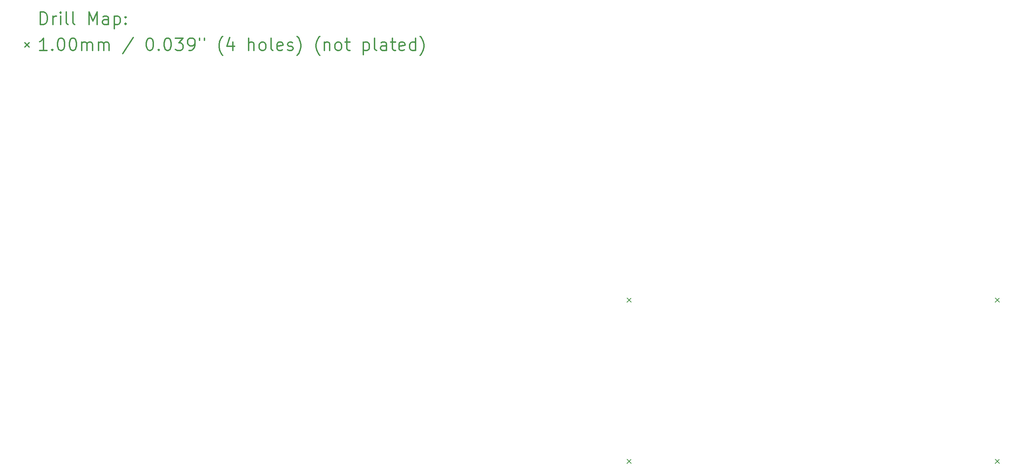
<source format=gbr>
%FSLAX45Y45*%
G04 Gerber Fmt 4.5, Leading zero omitted, Abs format (unit mm)*
G04 Created by KiCad (PCBNEW 4.0.6-e0-6349~53~ubuntu14.04.1) date Thu Nov 23 15:36:34 2017*
%MOMM*%
%LPD*%
G01*
G04 APERTURE LIST*
%ADD10C,0.127000*%
%ADD11C,0.200000*%
%ADD12C,0.300000*%
G04 APERTURE END LIST*
D10*
D11*
X14436500Y-7070800D02*
X14536500Y-7170800D01*
X14536500Y-7070800D02*
X14436500Y-7170800D01*
X14436500Y-10964800D02*
X14536500Y-11064800D01*
X14536500Y-10964800D02*
X14436500Y-11064800D01*
X23322200Y-7070800D02*
X23422200Y-7170800D01*
X23422200Y-7070800D02*
X23322200Y-7170800D01*
X23322200Y-10964800D02*
X23422200Y-11064800D01*
X23422200Y-10964800D02*
X23322200Y-11064800D01*
D12*
X271429Y-465714D02*
X271429Y-165714D01*
X342857Y-165714D01*
X385714Y-180000D01*
X414286Y-208571D01*
X428571Y-237143D01*
X442857Y-294286D01*
X442857Y-337143D01*
X428571Y-394286D01*
X414286Y-422857D01*
X385714Y-451429D01*
X342857Y-465714D01*
X271429Y-465714D01*
X571429Y-465714D02*
X571429Y-265714D01*
X571429Y-322857D02*
X585714Y-294286D01*
X600000Y-280000D01*
X628571Y-265714D01*
X657143Y-265714D01*
X757143Y-465714D02*
X757143Y-265714D01*
X757143Y-165714D02*
X742857Y-180000D01*
X757143Y-194286D01*
X771429Y-180000D01*
X757143Y-165714D01*
X757143Y-194286D01*
X942857Y-465714D02*
X914286Y-451429D01*
X900000Y-422857D01*
X900000Y-165714D01*
X1100000Y-465714D02*
X1071429Y-451429D01*
X1057143Y-422857D01*
X1057143Y-165714D01*
X1442857Y-465714D02*
X1442857Y-165714D01*
X1542857Y-380000D01*
X1642857Y-165714D01*
X1642857Y-465714D01*
X1914286Y-465714D02*
X1914286Y-308571D01*
X1900000Y-280000D01*
X1871429Y-265714D01*
X1814286Y-265714D01*
X1785714Y-280000D01*
X1914286Y-451429D02*
X1885714Y-465714D01*
X1814286Y-465714D01*
X1785714Y-451429D01*
X1771429Y-422857D01*
X1771429Y-394286D01*
X1785714Y-365714D01*
X1814286Y-351429D01*
X1885714Y-351429D01*
X1914286Y-337143D01*
X2057143Y-265714D02*
X2057143Y-565714D01*
X2057143Y-280000D02*
X2085714Y-265714D01*
X2142857Y-265714D01*
X2171429Y-280000D01*
X2185714Y-294286D01*
X2200000Y-322857D01*
X2200000Y-408571D01*
X2185714Y-437143D01*
X2171429Y-451429D01*
X2142857Y-465714D01*
X2085714Y-465714D01*
X2057143Y-451429D01*
X2328572Y-437143D02*
X2342857Y-451429D01*
X2328572Y-465714D01*
X2314286Y-451429D01*
X2328572Y-437143D01*
X2328572Y-465714D01*
X2328572Y-280000D02*
X2342857Y-294286D01*
X2328572Y-308571D01*
X2314286Y-294286D01*
X2328572Y-280000D01*
X2328572Y-308571D01*
X-100000Y-910000D02*
X0Y-1010000D01*
X0Y-910000D02*
X-100000Y-1010000D01*
X428571Y-1095714D02*
X257143Y-1095714D01*
X342857Y-1095714D02*
X342857Y-795714D01*
X314286Y-838571D01*
X285714Y-867143D01*
X257143Y-881429D01*
X557143Y-1067143D02*
X571429Y-1081429D01*
X557143Y-1095714D01*
X542857Y-1081429D01*
X557143Y-1067143D01*
X557143Y-1095714D01*
X757143Y-795714D02*
X785714Y-795714D01*
X814286Y-810000D01*
X828571Y-824286D01*
X842857Y-852857D01*
X857143Y-910000D01*
X857143Y-981429D01*
X842857Y-1038571D01*
X828571Y-1067143D01*
X814286Y-1081429D01*
X785714Y-1095714D01*
X757143Y-1095714D01*
X728571Y-1081429D01*
X714286Y-1067143D01*
X700000Y-1038571D01*
X685714Y-981429D01*
X685714Y-910000D01*
X700000Y-852857D01*
X714286Y-824286D01*
X728571Y-810000D01*
X757143Y-795714D01*
X1042857Y-795714D02*
X1071429Y-795714D01*
X1100000Y-810000D01*
X1114286Y-824286D01*
X1128571Y-852857D01*
X1142857Y-910000D01*
X1142857Y-981429D01*
X1128571Y-1038571D01*
X1114286Y-1067143D01*
X1100000Y-1081429D01*
X1071429Y-1095714D01*
X1042857Y-1095714D01*
X1014286Y-1081429D01*
X1000000Y-1067143D01*
X985714Y-1038571D01*
X971429Y-981429D01*
X971429Y-910000D01*
X985714Y-852857D01*
X1000000Y-824286D01*
X1014286Y-810000D01*
X1042857Y-795714D01*
X1271429Y-1095714D02*
X1271429Y-895714D01*
X1271429Y-924286D02*
X1285714Y-910000D01*
X1314286Y-895714D01*
X1357143Y-895714D01*
X1385714Y-910000D01*
X1400000Y-938571D01*
X1400000Y-1095714D01*
X1400000Y-938571D02*
X1414286Y-910000D01*
X1442857Y-895714D01*
X1485714Y-895714D01*
X1514286Y-910000D01*
X1528571Y-938571D01*
X1528571Y-1095714D01*
X1671429Y-1095714D02*
X1671429Y-895714D01*
X1671429Y-924286D02*
X1685714Y-910000D01*
X1714286Y-895714D01*
X1757143Y-895714D01*
X1785714Y-910000D01*
X1800000Y-938571D01*
X1800000Y-1095714D01*
X1800000Y-938571D02*
X1814286Y-910000D01*
X1842857Y-895714D01*
X1885714Y-895714D01*
X1914286Y-910000D01*
X1928571Y-938571D01*
X1928571Y-1095714D01*
X2514286Y-781429D02*
X2257143Y-1167143D01*
X2900000Y-795714D02*
X2928571Y-795714D01*
X2957143Y-810000D01*
X2971428Y-824286D01*
X2985714Y-852857D01*
X3000000Y-910000D01*
X3000000Y-981429D01*
X2985714Y-1038571D01*
X2971428Y-1067143D01*
X2957143Y-1081429D01*
X2928571Y-1095714D01*
X2900000Y-1095714D01*
X2871428Y-1081429D01*
X2857143Y-1067143D01*
X2842857Y-1038571D01*
X2828571Y-981429D01*
X2828571Y-910000D01*
X2842857Y-852857D01*
X2857143Y-824286D01*
X2871428Y-810000D01*
X2900000Y-795714D01*
X3128571Y-1067143D02*
X3142857Y-1081429D01*
X3128571Y-1095714D01*
X3114286Y-1081429D01*
X3128571Y-1067143D01*
X3128571Y-1095714D01*
X3328571Y-795714D02*
X3357143Y-795714D01*
X3385714Y-810000D01*
X3400000Y-824286D01*
X3414286Y-852857D01*
X3428571Y-910000D01*
X3428571Y-981429D01*
X3414286Y-1038571D01*
X3400000Y-1067143D01*
X3385714Y-1081429D01*
X3357143Y-1095714D01*
X3328571Y-1095714D01*
X3300000Y-1081429D01*
X3285714Y-1067143D01*
X3271428Y-1038571D01*
X3257143Y-981429D01*
X3257143Y-910000D01*
X3271428Y-852857D01*
X3285714Y-824286D01*
X3300000Y-810000D01*
X3328571Y-795714D01*
X3528571Y-795714D02*
X3714286Y-795714D01*
X3614286Y-910000D01*
X3657143Y-910000D01*
X3685714Y-924286D01*
X3700000Y-938571D01*
X3714286Y-967143D01*
X3714286Y-1038571D01*
X3700000Y-1067143D01*
X3685714Y-1081429D01*
X3657143Y-1095714D01*
X3571428Y-1095714D01*
X3542857Y-1081429D01*
X3528571Y-1067143D01*
X3857143Y-1095714D02*
X3914286Y-1095714D01*
X3942857Y-1081429D01*
X3957143Y-1067143D01*
X3985714Y-1024286D01*
X4000000Y-967143D01*
X4000000Y-852857D01*
X3985714Y-824286D01*
X3971428Y-810000D01*
X3942857Y-795714D01*
X3885714Y-795714D01*
X3857143Y-810000D01*
X3842857Y-824286D01*
X3828571Y-852857D01*
X3828571Y-924286D01*
X3842857Y-952857D01*
X3857143Y-967143D01*
X3885714Y-981429D01*
X3942857Y-981429D01*
X3971428Y-967143D01*
X3985714Y-952857D01*
X4000000Y-924286D01*
X4114286Y-795714D02*
X4114286Y-852857D01*
X4228571Y-795714D02*
X4228571Y-852857D01*
X4671429Y-1210000D02*
X4657143Y-1195714D01*
X4628571Y-1152857D01*
X4614286Y-1124286D01*
X4600000Y-1081429D01*
X4585714Y-1010000D01*
X4585714Y-952857D01*
X4600000Y-881429D01*
X4614286Y-838571D01*
X4628571Y-810000D01*
X4657143Y-767143D01*
X4671429Y-752857D01*
X4914286Y-895714D02*
X4914286Y-1095714D01*
X4842857Y-781429D02*
X4771429Y-995714D01*
X4957143Y-995714D01*
X5300000Y-1095714D02*
X5300000Y-795714D01*
X5428571Y-1095714D02*
X5428571Y-938571D01*
X5414286Y-910000D01*
X5385714Y-895714D01*
X5342857Y-895714D01*
X5314286Y-910000D01*
X5300000Y-924286D01*
X5614286Y-1095714D02*
X5585714Y-1081429D01*
X5571429Y-1067143D01*
X5557143Y-1038571D01*
X5557143Y-952857D01*
X5571429Y-924286D01*
X5585714Y-910000D01*
X5614286Y-895714D01*
X5657143Y-895714D01*
X5685714Y-910000D01*
X5700000Y-924286D01*
X5714286Y-952857D01*
X5714286Y-1038571D01*
X5700000Y-1067143D01*
X5685714Y-1081429D01*
X5657143Y-1095714D01*
X5614286Y-1095714D01*
X5885714Y-1095714D02*
X5857143Y-1081429D01*
X5842857Y-1052857D01*
X5842857Y-795714D01*
X6114286Y-1081429D02*
X6085714Y-1095714D01*
X6028571Y-1095714D01*
X6000000Y-1081429D01*
X5985714Y-1052857D01*
X5985714Y-938571D01*
X6000000Y-910000D01*
X6028571Y-895714D01*
X6085714Y-895714D01*
X6114286Y-910000D01*
X6128571Y-938571D01*
X6128571Y-967143D01*
X5985714Y-995714D01*
X6242857Y-1081429D02*
X6271429Y-1095714D01*
X6328571Y-1095714D01*
X6357143Y-1081429D01*
X6371429Y-1052857D01*
X6371429Y-1038571D01*
X6357143Y-1010000D01*
X6328571Y-995714D01*
X6285714Y-995714D01*
X6257143Y-981429D01*
X6242857Y-952857D01*
X6242857Y-938571D01*
X6257143Y-910000D01*
X6285714Y-895714D01*
X6328571Y-895714D01*
X6357143Y-910000D01*
X6471428Y-1210000D02*
X6485714Y-1195714D01*
X6514286Y-1152857D01*
X6528571Y-1124286D01*
X6542857Y-1081429D01*
X6557143Y-1010000D01*
X6557143Y-952857D01*
X6542857Y-881429D01*
X6528571Y-838571D01*
X6514286Y-810000D01*
X6485714Y-767143D01*
X6471428Y-752857D01*
X7014286Y-1210000D02*
X7000000Y-1195714D01*
X6971428Y-1152857D01*
X6957143Y-1124286D01*
X6942857Y-1081429D01*
X6928571Y-1010000D01*
X6928571Y-952857D01*
X6942857Y-881429D01*
X6957143Y-838571D01*
X6971428Y-810000D01*
X7000000Y-767143D01*
X7014286Y-752857D01*
X7128571Y-895714D02*
X7128571Y-1095714D01*
X7128571Y-924286D02*
X7142857Y-910000D01*
X7171428Y-895714D01*
X7214286Y-895714D01*
X7242857Y-910000D01*
X7257143Y-938571D01*
X7257143Y-1095714D01*
X7442857Y-1095714D02*
X7414286Y-1081429D01*
X7400000Y-1067143D01*
X7385714Y-1038571D01*
X7385714Y-952857D01*
X7400000Y-924286D01*
X7414286Y-910000D01*
X7442857Y-895714D01*
X7485714Y-895714D01*
X7514286Y-910000D01*
X7528571Y-924286D01*
X7542857Y-952857D01*
X7542857Y-1038571D01*
X7528571Y-1067143D01*
X7514286Y-1081429D01*
X7485714Y-1095714D01*
X7442857Y-1095714D01*
X7628571Y-895714D02*
X7742857Y-895714D01*
X7671429Y-795714D02*
X7671429Y-1052857D01*
X7685714Y-1081429D01*
X7714286Y-1095714D01*
X7742857Y-1095714D01*
X8071429Y-895714D02*
X8071429Y-1195714D01*
X8071429Y-910000D02*
X8100000Y-895714D01*
X8157143Y-895714D01*
X8185714Y-910000D01*
X8200000Y-924286D01*
X8214286Y-952857D01*
X8214286Y-1038571D01*
X8200000Y-1067143D01*
X8185714Y-1081429D01*
X8157143Y-1095714D01*
X8100000Y-1095714D01*
X8071429Y-1081429D01*
X8385714Y-1095714D02*
X8357143Y-1081429D01*
X8342857Y-1052857D01*
X8342857Y-795714D01*
X8628572Y-1095714D02*
X8628572Y-938571D01*
X8614286Y-910000D01*
X8585714Y-895714D01*
X8528572Y-895714D01*
X8500000Y-910000D01*
X8628572Y-1081429D02*
X8600000Y-1095714D01*
X8528572Y-1095714D01*
X8500000Y-1081429D01*
X8485714Y-1052857D01*
X8485714Y-1024286D01*
X8500000Y-995714D01*
X8528572Y-981429D01*
X8600000Y-981429D01*
X8628572Y-967143D01*
X8728572Y-895714D02*
X8842857Y-895714D01*
X8771429Y-795714D02*
X8771429Y-1052857D01*
X8785714Y-1081429D01*
X8814286Y-1095714D01*
X8842857Y-1095714D01*
X9057143Y-1081429D02*
X9028572Y-1095714D01*
X8971429Y-1095714D01*
X8942857Y-1081429D01*
X8928572Y-1052857D01*
X8928572Y-938571D01*
X8942857Y-910000D01*
X8971429Y-895714D01*
X9028572Y-895714D01*
X9057143Y-910000D01*
X9071429Y-938571D01*
X9071429Y-967143D01*
X8928572Y-995714D01*
X9328572Y-1095714D02*
X9328572Y-795714D01*
X9328572Y-1081429D02*
X9300000Y-1095714D01*
X9242857Y-1095714D01*
X9214286Y-1081429D01*
X9200000Y-1067143D01*
X9185715Y-1038571D01*
X9185715Y-952857D01*
X9200000Y-924286D01*
X9214286Y-910000D01*
X9242857Y-895714D01*
X9300000Y-895714D01*
X9328572Y-910000D01*
X9442857Y-1210000D02*
X9457143Y-1195714D01*
X9485715Y-1152857D01*
X9500000Y-1124286D01*
X9514286Y-1081429D01*
X9528572Y-1010000D01*
X9528572Y-952857D01*
X9514286Y-881429D01*
X9500000Y-838571D01*
X9485715Y-810000D01*
X9457143Y-767143D01*
X9442857Y-752857D01*
M02*

</source>
